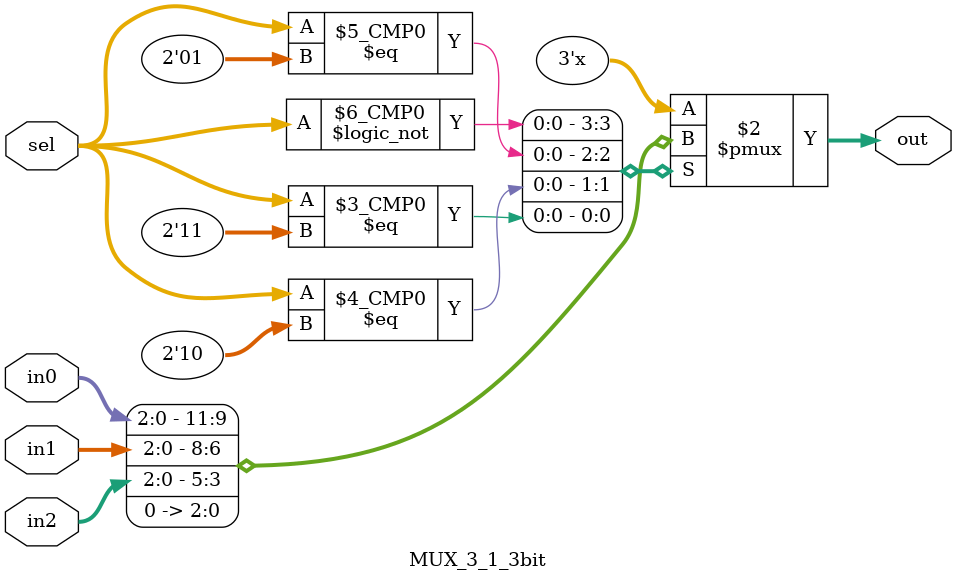
<source format=v>
module MUX_3_1_3bit (
    input   	    [1:0]       sel,
    input   	    [2:0]     	in0,
    input   	    [2:0]     	in1,
    input   	    [2:0]     	in2,

    output  reg     [2:0]     	out
);

    always @(sel or in0 or in1 or in2) begin
        case(sel)
            2'b00 : out = in0;
            2'b01 : out = in1;
            2'b10 : out = in2;
            2'b11 : out = 3'b0;
        endcase
    end
    
endmodule
</source>
